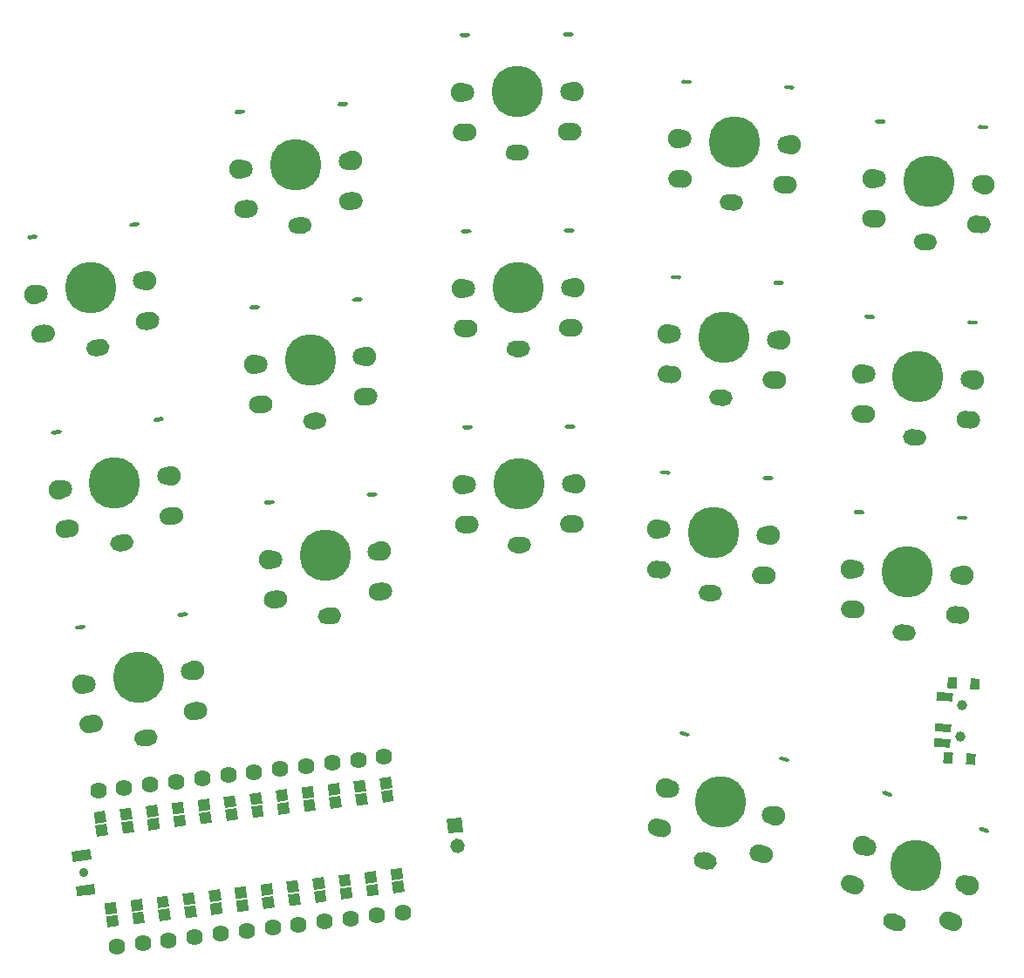
<source format=gbs>
G04 #@! TF.GenerationSoftware,KiCad,Pcbnew,5.1.10*
G04 #@! TF.CreationDate,2021-11-19T21:52:55-06:00*
G04 #@! TF.ProjectId,a_quax_quax,615f7175-6178-45f7-9175-61782e6b6963,VERSION_HERE*
G04 #@! TF.SameCoordinates,Original*
G04 #@! TF.FileFunction,Soldermask,Bot*
G04 #@! TF.FilePolarity,Negative*
%FSLAX46Y46*%
G04 Gerber Fmt 4.6, Leading zero omitted, Abs format (unit mm)*
G04 Created by KiCad (PCBNEW 5.1.10) date 2021-11-19 21:52:55*
%MOMM*%
%LPD*%
G01*
G04 APERTURE LIST*
%ADD10C,1.624000*%
%ADD11C,0.100000*%
%ADD12C,5.000000*%
%ADD13C,1.900000*%
%ADD14C,1.800000*%
%ADD15C,0.900000*%
%ADD16C,1.000000*%
G04 APERTURE END LIST*
D10*
G04 #@! TO.C,C1*
X190182949Y-149662646D03*
X192705081Y-149361899D03*
X195227213Y-149061153D03*
X197749346Y-148760407D03*
X200271478Y-148459661D03*
X202793611Y-148158915D03*
X205315743Y-147858169D03*
X207837875Y-147557423D03*
X210360008Y-147256677D03*
X212882140Y-146955931D03*
X215404273Y-146655185D03*
X217926405Y-146354439D03*
X216124297Y-131241504D03*
X213602164Y-131542250D03*
X211080032Y-131842996D03*
X208557899Y-132143742D03*
X206035767Y-132444488D03*
X203513635Y-132745234D03*
X200991502Y-133045980D03*
X198469370Y-133346726D03*
X195947237Y-133647472D03*
X193425105Y-133948218D03*
X190902973Y-134248964D03*
X188380840Y-134549711D03*
D11*
G36*
X190374027Y-147692563D02*
G01*
X189281765Y-147822807D01*
X189151521Y-146730545D01*
X190243783Y-146600301D01*
X190374027Y-147692563D01*
G37*
G36*
X190223654Y-146431497D02*
G01*
X189131392Y-146561741D01*
X189001148Y-145469479D01*
X190093410Y-145339235D01*
X190223654Y-146431497D01*
G37*
G36*
X189171043Y-137604033D02*
G01*
X188078781Y-137734277D01*
X187948537Y-136642015D01*
X189040799Y-136511771D01*
X189171043Y-137604033D01*
G37*
G36*
X189321416Y-138865099D02*
G01*
X188229154Y-138995343D01*
X188098910Y-137903081D01*
X189191172Y-137772837D01*
X189321416Y-138865099D01*
G37*
G36*
X192745786Y-146130750D02*
G01*
X191653524Y-146260994D01*
X191523280Y-145168732D01*
X192615542Y-145038488D01*
X192745786Y-146130750D01*
G37*
G36*
X191843548Y-138564353D02*
G01*
X190751286Y-138694597D01*
X190621042Y-137602335D01*
X191713304Y-137472091D01*
X191843548Y-138564353D01*
G37*
G36*
X192896159Y-147391817D02*
G01*
X191803897Y-147522061D01*
X191673653Y-146429799D01*
X192765915Y-146299555D01*
X192896159Y-147391817D01*
G37*
G36*
X191693175Y-137303287D02*
G01*
X190600913Y-137433531D01*
X190470669Y-136341269D01*
X191562931Y-136211025D01*
X191693175Y-137303287D01*
G37*
G36*
X195267919Y-145830004D02*
G01*
X194175657Y-145960248D01*
X194045413Y-144867986D01*
X195137675Y-144737742D01*
X195267919Y-145830004D01*
G37*
G36*
X194365680Y-138263607D02*
G01*
X193273418Y-138393851D01*
X193143174Y-137301589D01*
X194235436Y-137171345D01*
X194365680Y-138263607D01*
G37*
G36*
X195418292Y-147091071D02*
G01*
X194326030Y-147221315D01*
X194195786Y-146129053D01*
X195288048Y-145998809D01*
X195418292Y-147091071D01*
G37*
G36*
X194215307Y-137002541D02*
G01*
X193123045Y-137132785D01*
X192992801Y-136040523D01*
X194085063Y-135910279D01*
X194215307Y-137002541D01*
G37*
G36*
X197790051Y-145529258D02*
G01*
X196697789Y-145659502D01*
X196567545Y-144567240D01*
X197659807Y-144436996D01*
X197790051Y-145529258D01*
G37*
G36*
X196887813Y-137962861D02*
G01*
X195795551Y-138093105D01*
X195665307Y-137000843D01*
X196757569Y-136870599D01*
X196887813Y-137962861D01*
G37*
G36*
X197940424Y-146790324D02*
G01*
X196848162Y-146920568D01*
X196717918Y-145828306D01*
X197810180Y-145698062D01*
X197940424Y-146790324D01*
G37*
G36*
X196737440Y-136701795D02*
G01*
X195645178Y-136832039D01*
X195514934Y-135739777D01*
X196607196Y-135609533D01*
X196737440Y-136701795D01*
G37*
G36*
X200312183Y-145228512D02*
G01*
X199219921Y-145358756D01*
X199089677Y-144266494D01*
X200181939Y-144136250D01*
X200312183Y-145228512D01*
G37*
G36*
X199409945Y-137662115D02*
G01*
X198317683Y-137792359D01*
X198187439Y-136700097D01*
X199279701Y-136569853D01*
X199409945Y-137662115D01*
G37*
G36*
X200462556Y-146489578D02*
G01*
X199370294Y-146619822D01*
X199240050Y-145527560D01*
X200332312Y-145397316D01*
X200462556Y-146489578D01*
G37*
G36*
X199259572Y-136401049D02*
G01*
X198167310Y-136531293D01*
X198037066Y-135439031D01*
X199129328Y-135308787D01*
X199259572Y-136401049D01*
G37*
G36*
X202834316Y-144927766D02*
G01*
X201742054Y-145058010D01*
X201611810Y-143965748D01*
X202704072Y-143835504D01*
X202834316Y-144927766D01*
G37*
G36*
X201932078Y-137361369D02*
G01*
X200839816Y-137491613D01*
X200709572Y-136399351D01*
X201801834Y-136269107D01*
X201932078Y-137361369D01*
G37*
G36*
X202984689Y-146188832D02*
G01*
X201892427Y-146319076D01*
X201762183Y-145226814D01*
X202854445Y-145096570D01*
X202984689Y-146188832D01*
G37*
G36*
X201781705Y-136100303D02*
G01*
X200689443Y-136230547D01*
X200559199Y-135138285D01*
X201651461Y-135008041D01*
X201781705Y-136100303D01*
G37*
G36*
X217967110Y-143123290D02*
G01*
X216874848Y-143253534D01*
X216744604Y-142161272D01*
X217836866Y-142031028D01*
X217967110Y-143123290D01*
G37*
G36*
X217064872Y-135556892D02*
G01*
X215972610Y-135687136D01*
X215842366Y-134594874D01*
X216934628Y-134464630D01*
X217064872Y-135556892D01*
G37*
G36*
X218117483Y-144384356D02*
G01*
X217025221Y-144514600D01*
X216894977Y-143422338D01*
X217987239Y-143292094D01*
X218117483Y-144384356D01*
G37*
G36*
X216914499Y-134295826D02*
G01*
X215822237Y-134426070D01*
X215691993Y-133333808D01*
X216784255Y-133203564D01*
X216914499Y-134295826D01*
G37*
G36*
X215444978Y-143424036D02*
G01*
X214352716Y-143554280D01*
X214222472Y-142462018D01*
X215314734Y-142331774D01*
X215444978Y-143424036D01*
G37*
G36*
X214542740Y-135857639D02*
G01*
X213450478Y-135987883D01*
X213320234Y-134895621D01*
X214412496Y-134765377D01*
X214542740Y-135857639D01*
G37*
G36*
X215595351Y-144685102D02*
G01*
X214503089Y-144815346D01*
X214372845Y-143723084D01*
X215465107Y-143592840D01*
X215595351Y-144685102D01*
G37*
G36*
X214392367Y-134596572D02*
G01*
X213300105Y-134726816D01*
X213169861Y-133634554D01*
X214262123Y-133504310D01*
X214392367Y-134596572D01*
G37*
G36*
X212922845Y-143724782D02*
G01*
X211830583Y-143855026D01*
X211700339Y-142762764D01*
X212792601Y-142632520D01*
X212922845Y-143724782D01*
G37*
G36*
X212020607Y-136158385D02*
G01*
X210928345Y-136288629D01*
X210798101Y-135196367D01*
X211890363Y-135066123D01*
X212020607Y-136158385D01*
G37*
G36*
X213073218Y-144985848D02*
G01*
X211980956Y-145116092D01*
X211850712Y-144023830D01*
X212942974Y-143893586D01*
X213073218Y-144985848D01*
G37*
G36*
X211870234Y-134897318D02*
G01*
X210777972Y-135027562D01*
X210647728Y-133935300D01*
X211739990Y-133805056D01*
X211870234Y-134897318D01*
G37*
G36*
X210400713Y-144025528D02*
G01*
X209308451Y-144155772D01*
X209178207Y-143063510D01*
X210270469Y-142933266D01*
X210400713Y-144025528D01*
G37*
G36*
X209498475Y-136459131D02*
G01*
X208406213Y-136589375D01*
X208275969Y-135497113D01*
X209368231Y-135366869D01*
X209498475Y-136459131D01*
G37*
G36*
X210551086Y-145286594D02*
G01*
X209458824Y-145416838D01*
X209328580Y-144324576D01*
X210420842Y-144194332D01*
X210551086Y-145286594D01*
G37*
G36*
X209348102Y-135198065D02*
G01*
X208255840Y-135328309D01*
X208125596Y-134236047D01*
X209217858Y-134105803D01*
X209348102Y-135198065D01*
G37*
G36*
X207878581Y-144326274D02*
G01*
X206786319Y-144456518D01*
X206656075Y-143364256D01*
X207748337Y-143234012D01*
X207878581Y-144326274D01*
G37*
G36*
X206976342Y-136759877D02*
G01*
X205884080Y-136890121D01*
X205753836Y-135797859D01*
X206846098Y-135667615D01*
X206976342Y-136759877D01*
G37*
G36*
X208028954Y-145587340D02*
G01*
X206936692Y-145717584D01*
X206806448Y-144625322D01*
X207898710Y-144495078D01*
X208028954Y-145587340D01*
G37*
G36*
X206825969Y-135498811D02*
G01*
X205733707Y-135629055D01*
X205603463Y-134536793D01*
X206695725Y-134406549D01*
X206825969Y-135498811D01*
G37*
G36*
X205356448Y-144627020D02*
G01*
X204264186Y-144757264D01*
X204133942Y-143665002D01*
X205226204Y-143534758D01*
X205356448Y-144627020D01*
G37*
G36*
X204454210Y-137060623D02*
G01*
X203361948Y-137190867D01*
X203231704Y-136098605D01*
X204323966Y-135968361D01*
X204454210Y-137060623D01*
G37*
G36*
X205506821Y-145888086D02*
G01*
X204414559Y-146018330D01*
X204284315Y-144926068D01*
X205376577Y-144795824D01*
X205506821Y-145888086D01*
G37*
G36*
X204303837Y-135799557D02*
G01*
X203211575Y-135929801D01*
X203081331Y-134837539D01*
X204173593Y-134707295D01*
X204303837Y-135799557D01*
G37*
G36*
X214392367Y-134596572D02*
G01*
X213300105Y-134726816D01*
X213169861Y-133634554D01*
X214262123Y-133504310D01*
X214392367Y-134596572D01*
G37*
G36*
X200312183Y-145228512D02*
G01*
X199219921Y-145358756D01*
X199089677Y-144266494D01*
X200181939Y-144136250D01*
X200312183Y-145228512D01*
G37*
G36*
X195267919Y-145830004D02*
G01*
X194175657Y-145960248D01*
X194045413Y-144867986D01*
X195137675Y-144737742D01*
X195267919Y-145830004D01*
G37*
G36*
X208028954Y-145587340D02*
G01*
X206936692Y-145717584D01*
X206806448Y-144625322D01*
X207898710Y-144495078D01*
X208028954Y-145587340D01*
G37*
G36*
X210551086Y-145286594D02*
G01*
X209458824Y-145416838D01*
X209328580Y-144324576D01*
X210420842Y-144194332D01*
X210551086Y-145286594D01*
G37*
G36*
X207878581Y-144326274D02*
G01*
X206786319Y-144456518D01*
X206656075Y-143364256D01*
X207748337Y-143234012D01*
X207878581Y-144326274D01*
G37*
G36*
X215595351Y-144685102D02*
G01*
X214503089Y-144815346D01*
X214372845Y-143723084D01*
X215465107Y-143592840D01*
X215595351Y-144685102D01*
G37*
G36*
X191843548Y-138564353D02*
G01*
X190751286Y-138694597D01*
X190621042Y-137602335D01*
X191713304Y-137472091D01*
X191843548Y-138564353D01*
G37*
G36*
X202834316Y-144927766D02*
G01*
X201742054Y-145058010D01*
X201611810Y-143965748D01*
X202704072Y-143835504D01*
X202834316Y-144927766D01*
G37*
G36*
X190374027Y-147692563D02*
G01*
X189281765Y-147822807D01*
X189151521Y-146730545D01*
X190243783Y-146600301D01*
X190374027Y-147692563D01*
G37*
G36*
X192896159Y-147391817D02*
G01*
X191803897Y-147522061D01*
X191673653Y-146429799D01*
X192765915Y-146299555D01*
X192896159Y-147391817D01*
G37*
G36*
X210400713Y-144025528D02*
G01*
X209308451Y-144155772D01*
X209178207Y-143063510D01*
X210270469Y-142933266D01*
X210400713Y-144025528D01*
G37*
G36*
X212020607Y-136158385D02*
G01*
X210928345Y-136288629D01*
X210798101Y-135196367D01*
X211890363Y-135066123D01*
X212020607Y-136158385D01*
G37*
G36*
X194365680Y-138263607D02*
G01*
X193273418Y-138393851D01*
X193143174Y-137301589D01*
X194235436Y-137171345D01*
X194365680Y-138263607D01*
G37*
G36*
X200462556Y-146489578D02*
G01*
X199370294Y-146619822D01*
X199240050Y-145527560D01*
X200332312Y-145397316D01*
X200462556Y-146489578D01*
G37*
G36*
X217967110Y-143123290D02*
G01*
X216874848Y-143253534D01*
X216744604Y-142161272D01*
X217836866Y-142031028D01*
X217967110Y-143123290D01*
G37*
G36*
X189321416Y-138865099D02*
G01*
X188229154Y-138995343D01*
X188098910Y-137903081D01*
X189191172Y-137772837D01*
X189321416Y-138865099D01*
G37*
G36*
X204454210Y-137060623D02*
G01*
X203361948Y-137190867D01*
X203231704Y-136098605D01*
X204323966Y-135968361D01*
X204454210Y-137060623D01*
G37*
G36*
X209498475Y-136459131D02*
G01*
X208406213Y-136589375D01*
X208275969Y-135497113D01*
X209368231Y-135366869D01*
X209498475Y-136459131D01*
G37*
G36*
X189171043Y-137604033D02*
G01*
X188078781Y-137734277D01*
X187948537Y-136642015D01*
X189040799Y-136511771D01*
X189171043Y-137604033D01*
G37*
G36*
X212922845Y-143724782D02*
G01*
X211830583Y-143855026D01*
X211700339Y-142762764D01*
X212792601Y-142632520D01*
X212922845Y-143724782D01*
G37*
G36*
X206825969Y-135498811D02*
G01*
X205733707Y-135629055D01*
X205603463Y-134536793D01*
X206695725Y-134406549D01*
X206825969Y-135498811D01*
G37*
G36*
X206976342Y-136759877D02*
G01*
X205884080Y-136890121D01*
X205753836Y-135797859D01*
X206846098Y-135667615D01*
X206976342Y-136759877D01*
G37*
G36*
X201932078Y-137361369D02*
G01*
X200839816Y-137491613D01*
X200709572Y-136399351D01*
X201801834Y-136269107D01*
X201932078Y-137361369D01*
G37*
G36*
X217064872Y-135556892D02*
G01*
X215972610Y-135687136D01*
X215842366Y-134594874D01*
X216934628Y-134464630D01*
X217064872Y-135556892D01*
G37*
G36*
X213073218Y-144985848D02*
G01*
X211980956Y-145116092D01*
X211850712Y-144023830D01*
X212942974Y-143893586D01*
X213073218Y-144985848D01*
G37*
G36*
X196887813Y-137962861D02*
G01*
X195795551Y-138093105D01*
X195665307Y-137000843D01*
X196757569Y-136870599D01*
X196887813Y-137962861D01*
G37*
G36*
X205356448Y-144627020D02*
G01*
X204264186Y-144757264D01*
X204133942Y-143665002D01*
X205226204Y-143534758D01*
X205356448Y-144627020D01*
G37*
G36*
X211870234Y-134897318D02*
G01*
X210777972Y-135027562D01*
X210647728Y-133935300D01*
X211739990Y-133805056D01*
X211870234Y-134897318D01*
G37*
G36*
X204303837Y-135799557D02*
G01*
X203211575Y-135929801D01*
X203081331Y-134837539D01*
X204173593Y-134707295D01*
X204303837Y-135799557D01*
G37*
G36*
X194215307Y-137002541D02*
G01*
X193123045Y-137132785D01*
X192992801Y-136040523D01*
X194085063Y-135910279D01*
X194215307Y-137002541D01*
G37*
G36*
X192745786Y-146130750D02*
G01*
X191653524Y-146260994D01*
X191523280Y-145168732D01*
X192615542Y-145038488D01*
X192745786Y-146130750D01*
G37*
G36*
X191693175Y-137303287D02*
G01*
X190600913Y-137433531D01*
X190470669Y-136341269D01*
X191562931Y-136211025D01*
X191693175Y-137303287D01*
G37*
G36*
X195418292Y-147091071D02*
G01*
X194326030Y-147221315D01*
X194195786Y-146129053D01*
X195288048Y-145998809D01*
X195418292Y-147091071D01*
G37*
G36*
X197940424Y-146790324D02*
G01*
X196848162Y-146920568D01*
X196717918Y-145828306D01*
X197810180Y-145698062D01*
X197940424Y-146790324D01*
G37*
G36*
X199259572Y-136401049D02*
G01*
X198167310Y-136531293D01*
X198037066Y-135439031D01*
X199129328Y-135308787D01*
X199259572Y-136401049D01*
G37*
G36*
X215444978Y-143424036D02*
G01*
X214352716Y-143554280D01*
X214222472Y-142462018D01*
X215314734Y-142331774D01*
X215444978Y-143424036D01*
G37*
G36*
X199409945Y-137662115D02*
G01*
X198317683Y-137792359D01*
X198187439Y-136700097D01*
X199279701Y-136569853D01*
X199409945Y-137662115D01*
G37*
G36*
X216914499Y-134295826D02*
G01*
X215822237Y-134426070D01*
X215691993Y-133333808D01*
X216784255Y-133203564D01*
X216914499Y-134295826D01*
G37*
G36*
X209348102Y-135198065D02*
G01*
X208255840Y-135328309D01*
X208125596Y-134236047D01*
X209217858Y-134105803D01*
X209348102Y-135198065D01*
G37*
G36*
X196737440Y-136701795D02*
G01*
X195645178Y-136832039D01*
X195514934Y-135739777D01*
X196607196Y-135609533D01*
X196737440Y-136701795D01*
G37*
G36*
X197790051Y-145529258D02*
G01*
X196697789Y-145659502D01*
X196567545Y-144567240D01*
X197659807Y-144436996D01*
X197790051Y-145529258D01*
G37*
G36*
X205506821Y-145888086D02*
G01*
X204414559Y-146018330D01*
X204284315Y-144926068D01*
X205376577Y-144795824D01*
X205506821Y-145888086D01*
G37*
G36*
X218117483Y-144384356D02*
G01*
X217025221Y-144514600D01*
X216894977Y-143422338D01*
X217987239Y-143292094D01*
X218117483Y-144384356D01*
G37*
G36*
X214542740Y-135857639D02*
G01*
X213450478Y-135987883D01*
X213320234Y-134895621D01*
X214412496Y-134765377D01*
X214542740Y-135857639D01*
G37*
G36*
X190223654Y-146431497D02*
G01*
X189131392Y-146561741D01*
X189001148Y-145469479D01*
X190093410Y-145339235D01*
X190223654Y-146431497D01*
G37*
G36*
X201781705Y-136100303D02*
G01*
X200689443Y-136230547D01*
X200559199Y-135138285D01*
X201651461Y-135008041D01*
X201781705Y-136100303D01*
G37*
G36*
X202984689Y-146188832D02*
G01*
X201892427Y-146319076D01*
X201762183Y-145226814D01*
X202854445Y-145096570D01*
X202984689Y-146188832D01*
G37*
G04 #@! TD*
G04 #@! TO.C,S6*
G36*
G01*
X181438953Y-80835916D02*
X181438953Y-80835916D01*
G75*
G02*
X181611137Y-80611522I198289J26105D01*
G01*
X182305149Y-80520154D01*
G75*
G02*
X182529543Y-80692338I26105J-198289D01*
G01*
X182529543Y-80692338D01*
G75*
G02*
X182357359Y-80916732I-198289J-26105D01*
G01*
X181663347Y-81008100D01*
G75*
G02*
X181438953Y-80835916I-26105J198289D01*
G01*
G37*
G36*
G01*
X192019202Y-89052957D02*
X192019202Y-89052957D01*
G75*
G02*
X192759277Y-88105704I843664J103589D01*
G01*
X193354805Y-88032582D01*
G75*
G02*
X194302058Y-88772657I103589J-843664D01*
G01*
X194302058Y-88772657D01*
G75*
G02*
X193561983Y-89719910I-843664J-103589D01*
G01*
X192966455Y-89793032D01*
G75*
G02*
X192019202Y-89052957I-103589J843664D01*
G01*
G37*
G36*
G01*
X191364415Y-79617222D02*
X191364415Y-79617222D01*
G75*
G02*
X191536599Y-79392828I198289J26105D01*
G01*
X192230611Y-79301460D01*
G75*
G02*
X192455005Y-79473644I26105J-198289D01*
G01*
X192455005Y-79473644D01*
G75*
G02*
X192282821Y-79698038I-198289J-26105D01*
G01*
X191588809Y-79789406D01*
G75*
G02*
X191364415Y-79617222I-26105J198289D01*
G01*
G37*
G36*
G01*
X181895231Y-90296025D02*
X181895231Y-90296025D01*
G75*
G02*
X182635306Y-89348772I843664J103589D01*
G01*
X183230834Y-89275650D01*
G75*
G02*
X184178087Y-90015725I103589J-843664D01*
G01*
X184178087Y-90015725D01*
G75*
G02*
X183438012Y-90962978I-843664J-103589D01*
G01*
X182842484Y-91036100D01*
G75*
G02*
X181895231Y-90296025I-103589J843664D01*
G01*
G37*
D12*
X187623354Y-85663411D03*
D13*
X182164350Y-86333692D03*
X193082358Y-84993130D03*
G36*
G01*
X187200955Y-91659582D02*
X187200955Y-91659582D01*
G75*
G02*
X187897497Y-90768050I794037J97495D01*
G01*
X188592279Y-90682742D01*
G75*
G02*
X189483811Y-91379284I97495J-794037D01*
G01*
X189483811Y-91379284D01*
G75*
G02*
X188787269Y-92270816I-794037J-97495D01*
G01*
X188092487Y-92356124D01*
G75*
G02*
X187200955Y-91659582I-97495J794037D01*
G01*
G37*
D14*
X192665488Y-85044315D03*
X182581220Y-86282507D03*
G04 #@! TD*
G04 #@! TO.C,S4*
G36*
G01*
X183769583Y-99785686D02*
X183769583Y-99785686D01*
G75*
G02*
X183941767Y-99561292I198289J26105D01*
G01*
X184635779Y-99469924D01*
G75*
G02*
X184860173Y-99642108I26105J-198289D01*
G01*
X184860173Y-99642108D01*
G75*
G02*
X184687989Y-99866502I-198289J-26105D01*
G01*
X183993977Y-99957870D01*
G75*
G02*
X183769583Y-99785686I-26105J198289D01*
G01*
G37*
G36*
G01*
X194349832Y-108002727D02*
X194349832Y-108002727D01*
G75*
G02*
X195089907Y-107055474I843664J103589D01*
G01*
X195685435Y-106982352D01*
G75*
G02*
X196632688Y-107722427I103589J-843664D01*
G01*
X196632688Y-107722427D01*
G75*
G02*
X195892613Y-108669680I-843664J-103589D01*
G01*
X195297085Y-108742802D01*
G75*
G02*
X194349832Y-108002727I-103589J843664D01*
G01*
G37*
G36*
G01*
X193695045Y-98566992D02*
X193695045Y-98566992D01*
G75*
G02*
X193867229Y-98342598I198289J26105D01*
G01*
X194561241Y-98251230D01*
G75*
G02*
X194785635Y-98423414I26105J-198289D01*
G01*
X194785635Y-98423414D01*
G75*
G02*
X194613451Y-98647808I-198289J-26105D01*
G01*
X193919439Y-98739176D01*
G75*
G02*
X193695045Y-98566992I-26105J198289D01*
G01*
G37*
G36*
G01*
X184225861Y-109245795D02*
X184225861Y-109245795D01*
G75*
G02*
X184965936Y-108298542I843664J103589D01*
G01*
X185561464Y-108225420D01*
G75*
G02*
X186508717Y-108965495I103589J-843664D01*
G01*
X186508717Y-108965495D01*
G75*
G02*
X185768642Y-109912748I-843664J-103589D01*
G01*
X185173114Y-109985870D01*
G75*
G02*
X184225861Y-109245795I-103589J843664D01*
G01*
G37*
D12*
X189953984Y-104613181D03*
D13*
X184494980Y-105283462D03*
X195412988Y-103942900D03*
G36*
G01*
X189531585Y-110609352D02*
X189531585Y-110609352D01*
G75*
G02*
X190228127Y-109717820I794037J97495D01*
G01*
X190922909Y-109632512D01*
G75*
G02*
X191814441Y-110329054I97495J-794037D01*
G01*
X191814441Y-110329054D01*
G75*
G02*
X191117899Y-111220586I-794037J-97495D01*
G01*
X190423117Y-111305894D01*
G75*
G02*
X189531585Y-110609352I-97495J794037D01*
G01*
G37*
D14*
X194996118Y-103994085D03*
X184911850Y-105232277D03*
G04 #@! TD*
G04 #@! TO.C,S16*
G36*
G01*
X223551813Y-80195211D02*
X223551813Y-80195211D01*
G75*
G02*
X223749002Y-79992438I199981J2792D01*
G01*
X224448934Y-79982664D01*
G75*
G02*
X224651707Y-80179853I2792J-199981D01*
G01*
X224651707Y-80179853D01*
G75*
G02*
X224454518Y-80382626I-199981J-2792D01*
G01*
X223754586Y-80392400D01*
G75*
G02*
X223551813Y-80195211I-2792J199981D01*
G01*
G37*
G36*
G01*
X233101117Y-89590541D02*
X233101117Y-89590541D01*
G75*
G02*
X233946654Y-88736102I849988J4451D01*
G01*
X234546646Y-88732960D01*
G75*
G02*
X235401085Y-89578497I4451J-849988D01*
G01*
X235401085Y-89578497D01*
G75*
G02*
X234555548Y-90432936I-849988J-4451D01*
G01*
X233955556Y-90436078D01*
G75*
G02*
X233101117Y-89590541I-4451J849988D01*
G01*
G37*
G36*
G01*
X233551676Y-80142851D02*
X233551676Y-80142851D01*
G75*
G02*
X233748865Y-79940078I199981J2792D01*
G01*
X234448797Y-79930304D01*
G75*
G02*
X234651570Y-80127493I2792J-199981D01*
G01*
X234651570Y-80127493D01*
G75*
G02*
X234454381Y-80330266I-199981J-2792D01*
G01*
X233754449Y-80340040D01*
G75*
G02*
X233551676Y-80142851I-2792J199981D01*
G01*
G37*
G36*
G01*
X222901257Y-89643948D02*
X222901257Y-89643948D01*
G75*
G02*
X223746794Y-88789509I849988J4451D01*
G01*
X224346786Y-88786367D01*
G75*
G02*
X225201225Y-89631904I4451J-849988D01*
G01*
X225201225Y-89631904D01*
G75*
G02*
X224355688Y-90486343I-849988J-4451D01*
G01*
X223755696Y-90489485D01*
G75*
G02*
X222901257Y-89643948I-4451J849988D01*
G01*
G37*
D12*
X229130751Y-85711276D03*
D13*
X223630826Y-85740074D03*
X234630676Y-85682478D03*
G36*
G01*
X228011659Y-91617217D02*
X228011659Y-91617217D01*
G75*
G02*
X228807459Y-90813039I799989J4189D01*
G01*
X229507449Y-90809373D01*
G75*
G02*
X230311627Y-91605173I4189J-799989D01*
G01*
X230311627Y-91605173D01*
G75*
G02*
X229515827Y-92409351I-799989J-4189D01*
G01*
X228815837Y-92413017D01*
G75*
G02*
X228011659Y-91617217I-4189J799989D01*
G01*
G37*
D14*
X234210681Y-85684677D03*
X224050821Y-85737875D03*
G04 #@! TD*
G04 #@! TO.C,S34*
G36*
G01*
X264479302Y-134659996D02*
X264479302Y-134659996D01*
G75*
G02*
X264735645Y-134540461I187939J-68404D01*
G01*
X265393429Y-134779875D01*
G75*
G02*
X265512964Y-135036218I-68404J-187939D01*
G01*
X265512964Y-135036218D01*
G75*
G02*
X265256621Y-135155753I-187939J68404D01*
G01*
X264598837Y-134916339D01*
G75*
G02*
X264479302Y-134659996I68404J187939D01*
G01*
G37*
G36*
G01*
X270069889Y-146834016D02*
X270069889Y-146834016D01*
G75*
G02*
X271163736Y-146335521I796171J-297676D01*
G01*
X271725740Y-146545645D01*
G75*
G02*
X272224235Y-147639492I-297676J-796171D01*
G01*
X272224235Y-147639492D01*
G75*
G02*
X271130388Y-148137987I-796171J297676D01*
G01*
X270568384Y-147927863D01*
G75*
G02*
X270069889Y-146834016I297676J796171D01*
G01*
G37*
G36*
G01*
X273846024Y-138162070D02*
X273846024Y-138162070D01*
G75*
G02*
X274102367Y-138042535I187939J-68404D01*
G01*
X274760151Y-138281949D01*
G75*
G02*
X274879686Y-138538292I-68404J-187939D01*
G01*
X274879686Y-138538292D01*
G75*
G02*
X274623343Y-138657827I-187939J68404D01*
G01*
X273965559Y-138418413D01*
G75*
G02*
X273846024Y-138162070I68404J187939D01*
G01*
G37*
G36*
G01*
X260515833Y-143261901D02*
X260515833Y-143261901D01*
G75*
G02*
X261609680Y-142763406I796171J-297676D01*
G01*
X262171684Y-142973530D01*
G75*
G02*
X262670179Y-144067377I-297676J-796171D01*
G01*
X262670179Y-144067377D01*
G75*
G02*
X261576332Y-144565872I-796171J297676D01*
G01*
X261014328Y-144355748D01*
G75*
G02*
X260515833Y-143261901I297676J796171D01*
G01*
G37*
D12*
X267735843Y-141797675D03*
D13*
X262584146Y-139871534D03*
X272887540Y-143723816D03*
G36*
G01*
X264592446Y-146921302D02*
X264592446Y-146921302D01*
G75*
G02*
X265621950Y-146452130I749338J-280166D01*
G01*
X266277620Y-146697276D01*
G75*
G02*
X266746792Y-147726780I-280166J-749338D01*
G01*
X266746792Y-147726780D01*
G75*
G02*
X265717288Y-148195952I-749338J280166D01*
G01*
X265061618Y-147950806D01*
G75*
G02*
X264592446Y-146921302I280166J749338D01*
G01*
G37*
D14*
X272494138Y-143576728D03*
X262977548Y-140018622D03*
G04 #@! TD*
G04 #@! TO.C,S28*
G36*
G01*
X262713506Y-88498158D02*
X262713506Y-88498158D01*
G75*
G02*
X262922373Y-88307437I199794J-9073D01*
G01*
X263621653Y-88339191D01*
G75*
G02*
X263812374Y-88548058I-9073J-199794D01*
G01*
X263812374Y-88548058D01*
G75*
G02*
X263603507Y-88738779I-199794J9073D01*
G01*
X262904227Y-88707025D01*
G75*
G02*
X262713506Y-88498158I9073J199794D01*
G01*
G37*
G36*
G01*
X271688799Y-98443285D02*
X271688799Y-98443285D01*
G75*
G02*
X272583522Y-97640496I848756J-45967D01*
G01*
X273182644Y-97672944D01*
G75*
G02*
X273985433Y-98567667I-45967J-848756D01*
G01*
X273985433Y-98567667D01*
G75*
G02*
X273090710Y-99370456I-848756J45967D01*
G01*
X272491588Y-99338008D01*
G75*
G02*
X271688799Y-98443285I45967J848756D01*
G01*
G37*
G36*
G01*
X272698873Y-89038947D02*
X272698873Y-89038947D01*
G75*
G02*
X272907740Y-88848226I199794J-9073D01*
G01*
X273607020Y-88879980D01*
G75*
G02*
X273797741Y-89088847I-9073J-199794D01*
G01*
X273797741Y-89088847D01*
G75*
G02*
X273588874Y-89279568I-199794J9073D01*
G01*
X272889594Y-89247814D01*
G75*
G02*
X272698873Y-89038947I9073J199794D01*
G01*
G37*
G36*
G01*
X261503725Y-97891681D02*
X261503725Y-97891681D01*
G75*
G02*
X262398448Y-97088892I848756J-45967D01*
G01*
X262997570Y-97121340D01*
G75*
G02*
X263800359Y-98016063I-45967J-848756D01*
G01*
X263800359Y-98016063D01*
G75*
G02*
X262905636Y-98818852I-848756J45967D01*
G01*
X262306514Y-98786404D01*
G75*
G02*
X261503725Y-97891681I45967J848756D01*
G01*
G37*
D12*
X267955486Y-94335381D03*
D13*
X262463534Y-94037948D03*
X273447438Y-94632814D03*
G36*
G01*
X266488104Y-100164556D02*
X266488104Y-100164556D01*
G75*
G02*
X267330196Y-99408990I798829J-43263D01*
G01*
X268029172Y-99446846D01*
G75*
G02*
X268784738Y-100288938I-43263J-798829D01*
G01*
X268784738Y-100288938D01*
G75*
G02*
X267942646Y-101044504I-798829J43263D01*
G01*
X267243670Y-101006648D01*
G75*
G02*
X266488104Y-100164556I43263J798829D01*
G01*
G37*
D14*
X273028052Y-94610101D03*
X262882920Y-94060661D03*
G04 #@! TD*
G04 #@! TO.C,S32*
G36*
G01*
X244753631Y-128889659D02*
X244753631Y-128889659D01*
G75*
G02*
X244995565Y-128743139I194227J-47707D01*
G01*
X245675359Y-128910113D01*
G75*
G02*
X245821879Y-129152047I-47707J-194227D01*
G01*
X245821879Y-129152047D01*
G75*
G02*
X245579945Y-129298567I-194227J47707D01*
G01*
X244900151Y-129131593D01*
G75*
G02*
X244753631Y-128889659I47707J194227D01*
G01*
G37*
G36*
G01*
X251626305Y-140388692D02*
X251626305Y-140388692D01*
G75*
G02*
X252659917Y-139774978I823663J-209949D01*
G01*
X253241327Y-139923178D01*
G75*
G02*
X253855041Y-140956790I-209949J-823663D01*
G01*
X253855041Y-140956790D01*
G75*
G02*
X252821429Y-141570504I-823663J209949D01*
G01*
X252240019Y-141422304D01*
G75*
G02*
X251626305Y-140388692I209949J823663D01*
G01*
G37*
G36*
G01*
X254443788Y-131359649D02*
X254443788Y-131359649D01*
G75*
G02*
X254685722Y-131213129I194227J-47707D01*
G01*
X255365516Y-131380103D01*
G75*
G02*
X255512036Y-131622037I-47707J-194227D01*
G01*
X255512036Y-131622037D01*
G75*
G02*
X255270102Y-131768557I-194227J47707D01*
G01*
X254590308Y-131601583D01*
G75*
G02*
X254443788Y-131359649I47707J194227D01*
G01*
G37*
G36*
G01*
X241742345Y-137869302D02*
X241742345Y-137869302D01*
G75*
G02*
X242775957Y-137255588I823663J-209949D01*
G01*
X243357367Y-137403788D01*
G75*
G02*
X243971081Y-138437400I-209949J-823663D01*
G01*
X243971081Y-138437400D01*
G75*
G02*
X242937469Y-139051114I-823663J209949D01*
G01*
X242356059Y-138902914D01*
G75*
G02*
X241742345Y-137869302I209949J823663D01*
G01*
G37*
D12*
X248761989Y-135633885D03*
D13*
X243432402Y-134275390D03*
X254091576Y-136992380D03*
G36*
G01*
X246190326Y-141067029D02*
X246190326Y-141067029D01*
G75*
G02*
X247163138Y-140489415I775213J-197599D01*
G01*
X247841450Y-140662315D01*
G75*
G02*
X248419064Y-141635127I-197599J-775213D01*
G01*
X248419064Y-141635127D01*
G75*
G02*
X247446252Y-142212741I-775213J197599D01*
G01*
X246767940Y-142039841D01*
G75*
G02*
X246190326Y-141067029I197599J775213D01*
G01*
G37*
D14*
X253684589Y-136888640D03*
X243839389Y-134379130D03*
G04 #@! TD*
G04 #@! TO.C,S24*
G36*
G01*
X244922046Y-65669241D02*
X244922046Y-65669241D01*
G75*
G02*
X245130913Y-65478520I199794J-9073D01*
G01*
X245830193Y-65510274D01*
G75*
G02*
X246020914Y-65719141I-9073J-199794D01*
G01*
X246020914Y-65719141D01*
G75*
G02*
X245812047Y-65909862I-199794J9073D01*
G01*
X245112767Y-65878108D01*
G75*
G02*
X244922046Y-65669241I9073J199794D01*
G01*
G37*
G36*
G01*
X253897339Y-75614368D02*
X253897339Y-75614368D01*
G75*
G02*
X254792062Y-74811579I848756J-45967D01*
G01*
X255391184Y-74844027D01*
G75*
G02*
X256193973Y-75738750I-45967J-848756D01*
G01*
X256193973Y-75738750D01*
G75*
G02*
X255299250Y-76541539I-848756J45967D01*
G01*
X254700128Y-76509091D01*
G75*
G02*
X253897339Y-75614368I45967J848756D01*
G01*
G37*
G36*
G01*
X254907413Y-66210030D02*
X254907413Y-66210030D01*
G75*
G02*
X255116280Y-66019309I199794J-9073D01*
G01*
X255815560Y-66051063D01*
G75*
G02*
X256006281Y-66259930I-9073J-199794D01*
G01*
X256006281Y-66259930D01*
G75*
G02*
X255797414Y-66450651I-199794J9073D01*
G01*
X255098134Y-66418897D01*
G75*
G02*
X254907413Y-66210030I9073J199794D01*
G01*
G37*
G36*
G01*
X243712265Y-75062764D02*
X243712265Y-75062764D01*
G75*
G02*
X244606988Y-74259975I848756J-45967D01*
G01*
X245206110Y-74292423D01*
G75*
G02*
X246008899Y-75187146I-45967J-848756D01*
G01*
X246008899Y-75187146D01*
G75*
G02*
X245114176Y-75989935I-848756J45967D01*
G01*
X244515054Y-75957487D01*
G75*
G02*
X243712265Y-75062764I45967J848756D01*
G01*
G37*
D12*
X250164026Y-71506464D03*
D13*
X244672074Y-71209031D03*
X255655978Y-71803897D03*
G36*
G01*
X248696644Y-77335639D02*
X248696644Y-77335639D01*
G75*
G02*
X249538736Y-76580073I798829J-43263D01*
G01*
X250237712Y-76617929D01*
G75*
G02*
X250993278Y-77460021I-43263J-798829D01*
G01*
X250993278Y-77460021D01*
G75*
G02*
X250151186Y-78215587I-798829J43263D01*
G01*
X249452210Y-78177731D01*
G75*
G02*
X248696644Y-77335639I43263J798829D01*
G01*
G37*
D14*
X255236592Y-71781184D03*
X245091460Y-71231744D03*
G04 #@! TD*
G04 #@! TO.C,S18*
G36*
G01*
X223447984Y-61143525D02*
X223447984Y-61143525D01*
G75*
G02*
X223645173Y-60940752I199981J2792D01*
G01*
X224345105Y-60930978D01*
G75*
G02*
X224547878Y-61128167I2792J-199981D01*
G01*
X224547878Y-61128167D01*
G75*
G02*
X224350689Y-61330940I-199981J-2792D01*
G01*
X223650757Y-61340714D01*
G75*
G02*
X223447984Y-61143525I-2792J199981D01*
G01*
G37*
G36*
G01*
X232997288Y-70538855D02*
X232997288Y-70538855D01*
G75*
G02*
X233842825Y-69684416I849988J4451D01*
G01*
X234442817Y-69681274D01*
G75*
G02*
X235297256Y-70526811I4451J-849988D01*
G01*
X235297256Y-70526811D01*
G75*
G02*
X234451719Y-71381250I-849988J-4451D01*
G01*
X233851727Y-71384392D01*
G75*
G02*
X232997288Y-70538855I-4451J849988D01*
G01*
G37*
G36*
G01*
X233447847Y-61091165D02*
X233447847Y-61091165D01*
G75*
G02*
X233645036Y-60888392I199981J2792D01*
G01*
X234344968Y-60878618D01*
G75*
G02*
X234547741Y-61075807I2792J-199981D01*
G01*
X234547741Y-61075807D01*
G75*
G02*
X234350552Y-61278580I-199981J-2792D01*
G01*
X233650620Y-61288354D01*
G75*
G02*
X233447847Y-61091165I-2792J199981D01*
G01*
G37*
G36*
G01*
X222797428Y-70592262D02*
X222797428Y-70592262D01*
G75*
G02*
X223642965Y-69737823I849988J4451D01*
G01*
X224242957Y-69734681D01*
G75*
G02*
X225097396Y-70580218I4451J-849988D01*
G01*
X225097396Y-70580218D01*
G75*
G02*
X224251859Y-71434657I-849988J-4451D01*
G01*
X223651867Y-71437799D01*
G75*
G02*
X222797428Y-70592262I-4451J849988D01*
G01*
G37*
D12*
X229026922Y-66659590D03*
D13*
X223526997Y-66688388D03*
X234526847Y-66630792D03*
G36*
G01*
X227907830Y-72565531D02*
X227907830Y-72565531D01*
G75*
G02*
X228703630Y-71761353I799989J4189D01*
G01*
X229403620Y-71757687D01*
G75*
G02*
X230207798Y-72553487I4189J-799989D01*
G01*
X230207798Y-72553487D01*
G75*
G02*
X229411998Y-73357665I-799989J-4189D01*
G01*
X228712008Y-73361331D01*
G75*
G02*
X227907830Y-72565531I-4189J799989D01*
G01*
G37*
D14*
X234106852Y-66632991D03*
X223946992Y-66686189D03*
G04 #@! TD*
G04 #@! TO.C,S26*
G36*
G01*
X261686057Y-107470345D02*
X261686057Y-107470345D01*
G75*
G02*
X261894924Y-107279624I199794J-9073D01*
G01*
X262594204Y-107311378D01*
G75*
G02*
X262784925Y-107520245I-9073J-199794D01*
G01*
X262784925Y-107520245D01*
G75*
G02*
X262576058Y-107710966I-199794J9073D01*
G01*
X261876778Y-107679212D01*
G75*
G02*
X261686057Y-107470345I9073J199794D01*
G01*
G37*
G36*
G01*
X270661350Y-117415472D02*
X270661350Y-117415472D01*
G75*
G02*
X271556073Y-116612683I848756J-45967D01*
G01*
X272155195Y-116645131D01*
G75*
G02*
X272957984Y-117539854I-45967J-848756D01*
G01*
X272957984Y-117539854D01*
G75*
G02*
X272063261Y-118342643I-848756J45967D01*
G01*
X271464139Y-118310195D01*
G75*
G02*
X270661350Y-117415472I45967J848756D01*
G01*
G37*
G36*
G01*
X271671424Y-108011134D02*
X271671424Y-108011134D01*
G75*
G02*
X271880291Y-107820413I199794J-9073D01*
G01*
X272579571Y-107852167D01*
G75*
G02*
X272770292Y-108061034I-9073J-199794D01*
G01*
X272770292Y-108061034D01*
G75*
G02*
X272561425Y-108251755I-199794J9073D01*
G01*
X271862145Y-108220001D01*
G75*
G02*
X271671424Y-108011134I9073J199794D01*
G01*
G37*
G36*
G01*
X260476276Y-116863868D02*
X260476276Y-116863868D01*
G75*
G02*
X261370999Y-116061079I848756J-45967D01*
G01*
X261970121Y-116093527D01*
G75*
G02*
X262772910Y-116988250I-45967J-848756D01*
G01*
X262772910Y-116988250D01*
G75*
G02*
X261878187Y-117791039I-848756J45967D01*
G01*
X261279065Y-117758591D01*
G75*
G02*
X260476276Y-116863868I45967J848756D01*
G01*
G37*
D12*
X266928037Y-113307568D03*
D13*
X261436085Y-113010135D03*
X272419989Y-113605001D03*
G36*
G01*
X265460655Y-119136743D02*
X265460655Y-119136743D01*
G75*
G02*
X266302747Y-118381177I798829J-43263D01*
G01*
X267001723Y-118419033D01*
G75*
G02*
X267757289Y-119261125I-43263J-798829D01*
G01*
X267757289Y-119261125D01*
G75*
G02*
X266915197Y-120016691I-798829J43263D01*
G01*
X266216221Y-119978835D01*
G75*
G02*
X265460655Y-119136743I43263J798829D01*
G01*
G37*
D14*
X272000603Y-113582288D03*
X261855471Y-113032848D03*
G04 #@! TD*
G04 #@! TO.C,S20*
G36*
G01*
X242867048Y-103613715D02*
X242867048Y-103613715D01*
G75*
G02*
X243075915Y-103422994I199794J-9073D01*
G01*
X243775195Y-103454748D01*
G75*
G02*
X243965916Y-103663615I-9073J-199794D01*
G01*
X243965916Y-103663615D01*
G75*
G02*
X243757049Y-103854336I-199794J9073D01*
G01*
X243057769Y-103822582D01*
G75*
G02*
X242867048Y-103613715I9073J199794D01*
G01*
G37*
G36*
G01*
X251842341Y-113558842D02*
X251842341Y-113558842D01*
G75*
G02*
X252737064Y-112756053I848756J-45967D01*
G01*
X253336186Y-112788501D01*
G75*
G02*
X254138975Y-113683224I-45967J-848756D01*
G01*
X254138975Y-113683224D01*
G75*
G02*
X253244252Y-114486013I-848756J45967D01*
G01*
X252645130Y-114453565D01*
G75*
G02*
X251842341Y-113558842I45967J848756D01*
G01*
G37*
G36*
G01*
X252852415Y-104154504D02*
X252852415Y-104154504D01*
G75*
G02*
X253061282Y-103963783I199794J-9073D01*
G01*
X253760562Y-103995537D01*
G75*
G02*
X253951283Y-104204404I-9073J-199794D01*
G01*
X253951283Y-104204404D01*
G75*
G02*
X253742416Y-104395125I-199794J9073D01*
G01*
X253043136Y-104363371D01*
G75*
G02*
X252852415Y-104154504I9073J199794D01*
G01*
G37*
G36*
G01*
X241657267Y-113007238D02*
X241657267Y-113007238D01*
G75*
G02*
X242551990Y-112204449I848756J-45967D01*
G01*
X243151112Y-112236897D01*
G75*
G02*
X243953901Y-113131620I-45967J-848756D01*
G01*
X243953901Y-113131620D01*
G75*
G02*
X243059178Y-113934409I-848756J45967D01*
G01*
X242460056Y-113901961D01*
G75*
G02*
X241657267Y-113007238I45967J848756D01*
G01*
G37*
D12*
X248109028Y-109450938D03*
D13*
X242617076Y-109153505D03*
X253600980Y-109748371D03*
G36*
G01*
X246641646Y-115280113D02*
X246641646Y-115280113D01*
G75*
G02*
X247483738Y-114524547I798829J-43263D01*
G01*
X248182714Y-114562403D01*
G75*
G02*
X248938280Y-115404495I-43263J-798829D01*
G01*
X248938280Y-115404495D01*
G75*
G02*
X248096188Y-116160061I-798829J43263D01*
G01*
X247397212Y-116122205D01*
G75*
G02*
X246641646Y-115280113I43263J798829D01*
G01*
G37*
D14*
X253181594Y-109725658D03*
X243036462Y-109176218D03*
G04 #@! TD*
G04 #@! TO.C,S22*
G36*
G01*
X243894599Y-84641526D02*
X243894599Y-84641526D01*
G75*
G02*
X244103466Y-84450805I199794J-9073D01*
G01*
X244802746Y-84482559D01*
G75*
G02*
X244993467Y-84691426I-9073J-199794D01*
G01*
X244993467Y-84691426D01*
G75*
G02*
X244784600Y-84882147I-199794J9073D01*
G01*
X244085320Y-84850393D01*
G75*
G02*
X243894599Y-84641526I9073J199794D01*
G01*
G37*
G36*
G01*
X252869892Y-94586653D02*
X252869892Y-94586653D01*
G75*
G02*
X253764615Y-93783864I848756J-45967D01*
G01*
X254363737Y-93816312D01*
G75*
G02*
X255166526Y-94711035I-45967J-848756D01*
G01*
X255166526Y-94711035D01*
G75*
G02*
X254271803Y-95513824I-848756J45967D01*
G01*
X253672681Y-95481376D01*
G75*
G02*
X252869892Y-94586653I45967J848756D01*
G01*
G37*
G36*
G01*
X253879966Y-85182315D02*
X253879966Y-85182315D01*
G75*
G02*
X254088833Y-84991594I199794J-9073D01*
G01*
X254788113Y-85023348D01*
G75*
G02*
X254978834Y-85232215I-9073J-199794D01*
G01*
X254978834Y-85232215D01*
G75*
G02*
X254769967Y-85422936I-199794J9073D01*
G01*
X254070687Y-85391182D01*
G75*
G02*
X253879966Y-85182315I9073J199794D01*
G01*
G37*
G36*
G01*
X242684818Y-94035049D02*
X242684818Y-94035049D01*
G75*
G02*
X243579541Y-93232260I848756J-45967D01*
G01*
X244178663Y-93264708D01*
G75*
G02*
X244981452Y-94159431I-45967J-848756D01*
G01*
X244981452Y-94159431D01*
G75*
G02*
X244086729Y-94962220I-848756J45967D01*
G01*
X243487607Y-94929772D01*
G75*
G02*
X242684818Y-94035049I45967J848756D01*
G01*
G37*
D12*
X249136579Y-90478749D03*
D13*
X243644627Y-90181316D03*
X254628531Y-90776182D03*
G36*
G01*
X247669197Y-96307924D02*
X247669197Y-96307924D01*
G75*
G02*
X248511289Y-95552358I798829J-43263D01*
G01*
X249210265Y-95590214D01*
G75*
G02*
X249965831Y-96432306I-43263J-798829D01*
G01*
X249965831Y-96432306D01*
G75*
G02*
X249123739Y-97187872I-798829J43263D01*
G01*
X248424763Y-97150016D01*
G75*
G02*
X247669197Y-96307924I43263J798829D01*
G01*
G37*
D14*
X254209145Y-90753469D03*
X244064013Y-90204029D03*
G04 #@! TD*
G04 #@! TO.C,S30*
G36*
G01*
X263741058Y-69525969D02*
X263741058Y-69525969D01*
G75*
G02*
X263949925Y-69335248I199794J-9073D01*
G01*
X264649205Y-69367002D01*
G75*
G02*
X264839926Y-69575869I-9073J-199794D01*
G01*
X264839926Y-69575869D01*
G75*
G02*
X264631059Y-69766590I-199794J9073D01*
G01*
X263931779Y-69734836D01*
G75*
G02*
X263741058Y-69525969I9073J199794D01*
G01*
G37*
G36*
G01*
X272716351Y-79471096D02*
X272716351Y-79471096D01*
G75*
G02*
X273611074Y-78668307I848756J-45967D01*
G01*
X274210196Y-78700755D01*
G75*
G02*
X275012985Y-79595478I-45967J-848756D01*
G01*
X275012985Y-79595478D01*
G75*
G02*
X274118262Y-80398267I-848756J45967D01*
G01*
X273519140Y-80365819D01*
G75*
G02*
X272716351Y-79471096I45967J848756D01*
G01*
G37*
G36*
G01*
X273726425Y-70066758D02*
X273726425Y-70066758D01*
G75*
G02*
X273935292Y-69876037I199794J-9073D01*
G01*
X274634572Y-69907791D01*
G75*
G02*
X274825293Y-70116658I-9073J-199794D01*
G01*
X274825293Y-70116658D01*
G75*
G02*
X274616426Y-70307379I-199794J9073D01*
G01*
X273917146Y-70275625D01*
G75*
G02*
X273726425Y-70066758I9073J199794D01*
G01*
G37*
G36*
G01*
X262531277Y-78919492D02*
X262531277Y-78919492D01*
G75*
G02*
X263426000Y-78116703I848756J-45967D01*
G01*
X264025122Y-78149151D01*
G75*
G02*
X264827911Y-79043874I-45967J-848756D01*
G01*
X264827911Y-79043874D01*
G75*
G02*
X263933188Y-79846663I-848756J45967D01*
G01*
X263334066Y-79814215D01*
G75*
G02*
X262531277Y-78919492I45967J848756D01*
G01*
G37*
D12*
X268983038Y-75363192D03*
D13*
X263491086Y-75065759D03*
X274474990Y-75660625D03*
G36*
G01*
X267515656Y-81192367D02*
X267515656Y-81192367D01*
G75*
G02*
X268357748Y-80436801I798829J-43263D01*
G01*
X269056724Y-80474657D01*
G75*
G02*
X269812290Y-81316749I-43263J-798829D01*
G01*
X269812290Y-81316749D01*
G75*
G02*
X268970198Y-82072315I-798829J43263D01*
G01*
X268271222Y-82034459D01*
G75*
G02*
X267515656Y-81192367I43263J798829D01*
G01*
G37*
D14*
X274055604Y-75637912D03*
X263910472Y-75088472D03*
G04 #@! TD*
G04 #@! TO.C,S10*
G36*
G01*
X203001530Y-87637251D02*
X203001530Y-87637251D01*
G75*
G02*
X203184093Y-87421216I199299J16736D01*
G01*
X203881639Y-87362642D01*
G75*
G02*
X204097674Y-87545205I16736J-199299D01*
G01*
X204097674Y-87545205D01*
G75*
G02*
X203915111Y-87761240I-199299J-16736D01*
G01*
X203217565Y-87819814D01*
G75*
G02*
X203001530Y-87637251I-16736J199299D01*
G01*
G37*
G36*
G01*
X213182958Y-96343569D02*
X213182958Y-96343569D01*
G75*
G02*
X213966833Y-95432230I847607J63732D01*
G01*
X214565145Y-95387242D01*
G75*
G02*
X215476484Y-96171117I63732J-847607D01*
G01*
X215476484Y-96171117D01*
G75*
G02*
X214692609Y-97082456I-847607J-63732D01*
G01*
X214094297Y-97127444D01*
G75*
G02*
X213182958Y-96343569I-63732J847607D01*
G01*
G37*
G36*
G01*
X212973382Y-86887464D02*
X212973382Y-86887464D01*
G75*
G02*
X213155945Y-86671429I199299J16736D01*
G01*
X213853491Y-86612855D01*
G75*
G02*
X214069526Y-86795418I16736J-199299D01*
G01*
X214069526Y-86795418D01*
G75*
G02*
X213886963Y-87011453I-199299J-16736D01*
G01*
X213189417Y-87070027D01*
G75*
G02*
X212973382Y-86887464I-16736J199299D01*
G01*
G37*
G36*
G01*
X203011670Y-97108352D02*
X203011670Y-97108352D01*
G75*
G02*
X203795545Y-96197013I847607J63732D01*
G01*
X204393857Y-96152025D01*
G75*
G02*
X205305196Y-96935900I63732J-847607D01*
G01*
X205305196Y-96935900D01*
G75*
G02*
X204521321Y-97847239I-847607J-63732D01*
G01*
X203923009Y-97892227D01*
G75*
G02*
X203011670Y-97108352I-63732J847607D01*
G01*
G37*
D12*
X208951660Y-92750712D03*
D13*
X203467142Y-93163095D03*
X214436178Y-92338329D03*
G36*
G01*
X208247271Y-98720330D02*
X208247271Y-98720330D01*
G75*
G02*
X208985036Y-97862599I797748J59983D01*
G01*
X209683066Y-97810113D01*
G75*
G02*
X210540797Y-98547878I59983J-797748D01*
G01*
X210540797Y-98547878D01*
G75*
G02*
X209803032Y-99405609I-797748J-59983D01*
G01*
X209105002Y-99458095D01*
G75*
G02*
X208247271Y-98720330I-59983J797748D01*
G01*
G37*
D14*
X214017360Y-92369820D03*
X203885960Y-93131604D03*
G04 #@! TD*
G04 #@! TO.C,S14*
G36*
G01*
X223655646Y-99246897D02*
X223655646Y-99246897D01*
G75*
G02*
X223852835Y-99044124I199981J2792D01*
G01*
X224552767Y-99034350D01*
G75*
G02*
X224755540Y-99231539I2792J-199981D01*
G01*
X224755540Y-99231539D01*
G75*
G02*
X224558351Y-99434312I-199981J-2792D01*
G01*
X223858419Y-99444086D01*
G75*
G02*
X223655646Y-99246897I-2792J199981D01*
G01*
G37*
G36*
G01*
X233204950Y-108642227D02*
X233204950Y-108642227D01*
G75*
G02*
X234050487Y-107787788I849988J4451D01*
G01*
X234650479Y-107784646D01*
G75*
G02*
X235504918Y-108630183I4451J-849988D01*
G01*
X235504918Y-108630183D01*
G75*
G02*
X234659381Y-109484622I-849988J-4451D01*
G01*
X234059389Y-109487764D01*
G75*
G02*
X233204950Y-108642227I-4451J849988D01*
G01*
G37*
G36*
G01*
X233655509Y-99194537D02*
X233655509Y-99194537D01*
G75*
G02*
X233852698Y-98991764I199981J2792D01*
G01*
X234552630Y-98981990D01*
G75*
G02*
X234755403Y-99179179I2792J-199981D01*
G01*
X234755403Y-99179179D01*
G75*
G02*
X234558214Y-99381952I-199981J-2792D01*
G01*
X233858282Y-99391726D01*
G75*
G02*
X233655509Y-99194537I-2792J199981D01*
G01*
G37*
G36*
G01*
X223005090Y-108695634D02*
X223005090Y-108695634D01*
G75*
G02*
X223850627Y-107841195I849988J4451D01*
G01*
X224450619Y-107838053D01*
G75*
G02*
X225305058Y-108683590I4451J-849988D01*
G01*
X225305058Y-108683590D01*
G75*
G02*
X224459521Y-109538029I-849988J-4451D01*
G01*
X223859529Y-109541171D01*
G75*
G02*
X223005090Y-108695634I-4451J849988D01*
G01*
G37*
D12*
X229234584Y-104762962D03*
D13*
X223734659Y-104791760D03*
X234734509Y-104734164D03*
G36*
G01*
X228115492Y-110668903D02*
X228115492Y-110668903D01*
G75*
G02*
X228911292Y-109864725I799989J4189D01*
G01*
X229611282Y-109861059D01*
G75*
G02*
X230415460Y-110656859I4189J-799989D01*
G01*
X230415460Y-110656859D01*
G75*
G02*
X229619660Y-111461037I-799989J-4189D01*
G01*
X228919670Y-111464703D01*
G75*
G02*
X228115492Y-110668903I-4189J799989D01*
G01*
G37*
D14*
X234314514Y-104736363D03*
X224154654Y-104789561D03*
G04 #@! TD*
G04 #@! TO.C,S12*
G36*
G01*
X201576760Y-68651508D02*
X201576760Y-68651508D01*
G75*
G02*
X201759323Y-68435473I199299J16736D01*
G01*
X202456869Y-68376899D01*
G75*
G02*
X202672904Y-68559462I16736J-199299D01*
G01*
X202672904Y-68559462D01*
G75*
G02*
X202490341Y-68775497I-199299J-16736D01*
G01*
X201792795Y-68834071D01*
G75*
G02*
X201576760Y-68651508I-16736J199299D01*
G01*
G37*
G36*
G01*
X211758188Y-77357826D02*
X211758188Y-77357826D01*
G75*
G02*
X212542063Y-76446487I847607J63732D01*
G01*
X213140375Y-76401499D01*
G75*
G02*
X214051714Y-77185374I63732J-847607D01*
G01*
X214051714Y-77185374D01*
G75*
G02*
X213267839Y-78096713I-847607J-63732D01*
G01*
X212669527Y-78141701D01*
G75*
G02*
X211758188Y-77357826I-63732J847607D01*
G01*
G37*
G36*
G01*
X211548612Y-67901721D02*
X211548612Y-67901721D01*
G75*
G02*
X211731175Y-67685686I199299J16736D01*
G01*
X212428721Y-67627112D01*
G75*
G02*
X212644756Y-67809675I16736J-199299D01*
G01*
X212644756Y-67809675D01*
G75*
G02*
X212462193Y-68025710I-199299J-16736D01*
G01*
X211764647Y-68084284D01*
G75*
G02*
X211548612Y-67901721I-16736J199299D01*
G01*
G37*
G36*
G01*
X201586900Y-78122609D02*
X201586900Y-78122609D01*
G75*
G02*
X202370775Y-77211270I847607J63732D01*
G01*
X202969087Y-77166282D01*
G75*
G02*
X203880426Y-77950157I63732J-847607D01*
G01*
X203880426Y-77950157D01*
G75*
G02*
X203096551Y-78861496I-847607J-63732D01*
G01*
X202498239Y-78906484D01*
G75*
G02*
X201586900Y-78122609I-63732J847607D01*
G01*
G37*
D12*
X207526890Y-73764969D03*
D13*
X202042372Y-74177352D03*
X213011408Y-73352586D03*
G36*
G01*
X206822501Y-79734587D02*
X206822501Y-79734587D01*
G75*
G02*
X207560266Y-78876856I797748J59983D01*
G01*
X208258296Y-78824370D01*
G75*
G02*
X209116027Y-79562135I59983J-797748D01*
G01*
X209116027Y-79562135D01*
G75*
G02*
X208378262Y-80419866I-797748J-59983D01*
G01*
X207680232Y-80472352D01*
G75*
G02*
X206822501Y-79734587I-59983J797748D01*
G01*
G37*
D14*
X212592590Y-73384077D03*
X202461190Y-74145861D03*
G04 #@! TD*
G04 #@! TO.C,S2*
G36*
G01*
X186100213Y-118735451D02*
X186100213Y-118735451D01*
G75*
G02*
X186272397Y-118511057I198289J26105D01*
G01*
X186966409Y-118419689D01*
G75*
G02*
X187190803Y-118591873I26105J-198289D01*
G01*
X187190803Y-118591873D01*
G75*
G02*
X187018619Y-118816267I-198289J-26105D01*
G01*
X186324607Y-118907635D01*
G75*
G02*
X186100213Y-118735451I-26105J198289D01*
G01*
G37*
G36*
G01*
X196680462Y-126952492D02*
X196680462Y-126952492D01*
G75*
G02*
X197420537Y-126005239I843664J103589D01*
G01*
X198016065Y-125932117D01*
G75*
G02*
X198963318Y-126672192I103589J-843664D01*
G01*
X198963318Y-126672192D01*
G75*
G02*
X198223243Y-127619445I-843664J-103589D01*
G01*
X197627715Y-127692567D01*
G75*
G02*
X196680462Y-126952492I-103589J843664D01*
G01*
G37*
G36*
G01*
X196025675Y-117516757D02*
X196025675Y-117516757D01*
G75*
G02*
X196197859Y-117292363I198289J26105D01*
G01*
X196891871Y-117200995D01*
G75*
G02*
X197116265Y-117373179I26105J-198289D01*
G01*
X197116265Y-117373179D01*
G75*
G02*
X196944081Y-117597573I-198289J-26105D01*
G01*
X196250069Y-117688941D01*
G75*
G02*
X196025675Y-117516757I-26105J198289D01*
G01*
G37*
G36*
G01*
X186556491Y-128195560D02*
X186556491Y-128195560D01*
G75*
G02*
X187296566Y-127248307I843664J103589D01*
G01*
X187892094Y-127175185D01*
G75*
G02*
X188839347Y-127915260I103589J-843664D01*
G01*
X188839347Y-127915260D01*
G75*
G02*
X188099272Y-128862513I-843664J-103589D01*
G01*
X187503744Y-128935635D01*
G75*
G02*
X186556491Y-128195560I-103589J843664D01*
G01*
G37*
D12*
X192284614Y-123562946D03*
D13*
X186825610Y-124233227D03*
X197743618Y-122892665D03*
G36*
G01*
X191862215Y-129559117D02*
X191862215Y-129559117D01*
G75*
G02*
X192558757Y-128667585I794037J97495D01*
G01*
X193253539Y-128582277D01*
G75*
G02*
X194145071Y-129278819I97495J-794037D01*
G01*
X194145071Y-129278819D01*
G75*
G02*
X193448529Y-130170351I-794037J-97495D01*
G01*
X192753747Y-130255659D01*
G75*
G02*
X191862215Y-129559117I-97495J794037D01*
G01*
G37*
D14*
X197326748Y-122943850D03*
X187242480Y-124182042D03*
G04 #@! TD*
G04 #@! TO.C,S8*
G36*
G01*
X204439301Y-106578723D02*
X204439301Y-106578723D01*
G75*
G02*
X204621864Y-106362688I199299J16736D01*
G01*
X205319410Y-106304114D01*
G75*
G02*
X205535445Y-106486677I16736J-199299D01*
G01*
X205535445Y-106486677D01*
G75*
G02*
X205352882Y-106702712I-199299J-16736D01*
G01*
X204655336Y-106761286D01*
G75*
G02*
X204439301Y-106578723I-16736J199299D01*
G01*
G37*
G36*
G01*
X214620729Y-115285041D02*
X214620729Y-115285041D01*
G75*
G02*
X215404604Y-114373702I847607J63732D01*
G01*
X216002916Y-114328714D01*
G75*
G02*
X216914255Y-115112589I63732J-847607D01*
G01*
X216914255Y-115112589D01*
G75*
G02*
X216130380Y-116023928I-847607J-63732D01*
G01*
X215532068Y-116068916D01*
G75*
G02*
X214620729Y-115285041I-63732J847607D01*
G01*
G37*
G36*
G01*
X214411153Y-105828936D02*
X214411153Y-105828936D01*
G75*
G02*
X214593716Y-105612901I199299J16736D01*
G01*
X215291262Y-105554327D01*
G75*
G02*
X215507297Y-105736890I16736J-199299D01*
G01*
X215507297Y-105736890D01*
G75*
G02*
X215324734Y-105952925I-199299J-16736D01*
G01*
X214627188Y-106011499D01*
G75*
G02*
X214411153Y-105828936I-16736J199299D01*
G01*
G37*
G36*
G01*
X204449441Y-116049824D02*
X204449441Y-116049824D01*
G75*
G02*
X205233316Y-115138485I847607J63732D01*
G01*
X205831628Y-115093497D01*
G75*
G02*
X206742967Y-115877372I63732J-847607D01*
G01*
X206742967Y-115877372D01*
G75*
G02*
X205959092Y-116788711I-847607J-63732D01*
G01*
X205360780Y-116833699D01*
G75*
G02*
X204449441Y-116049824I-63732J847607D01*
G01*
G37*
D12*
X210389431Y-111692184D03*
D13*
X204904913Y-112104567D03*
X215873949Y-111279801D03*
G36*
G01*
X209685042Y-117661802D02*
X209685042Y-117661802D01*
G75*
G02*
X210422807Y-116804071I797748J59983D01*
G01*
X211120837Y-116751585D01*
G75*
G02*
X211978568Y-117489350I59983J-797748D01*
G01*
X211978568Y-117489350D01*
G75*
G02*
X211240803Y-118347081I-797748J-59983D01*
G01*
X210542773Y-118399567D01*
G75*
G02*
X209685042Y-117661802I-59983J797748D01*
G01*
G37*
D14*
X215455131Y-111311292D03*
X205323731Y-112073076D03*
G04 #@! TD*
D15*
G04 #@! TO.C,RST*
X186959143Y-142526579D03*
G36*
G01*
X186261723Y-143821223D02*
X187949051Y-143614045D01*
G75*
G02*
X188004771Y-143657579I6093J-49627D01*
G01*
X188114453Y-144550871D01*
G75*
G02*
X188070919Y-144606591I-49627J-6093D01*
G01*
X186383591Y-144813769D01*
G75*
G02*
X186327871Y-144770235I-6093J49627D01*
G01*
X186218189Y-143876943D01*
G75*
G02*
X186261723Y-143821223I49627J6093D01*
G01*
G37*
G36*
G01*
X185847367Y-140446567D02*
X187534695Y-140239389D01*
G75*
G02*
X187590415Y-140282923I6093J-49627D01*
G01*
X187700097Y-141176215D01*
G75*
G02*
X187656563Y-141231935I-49627J-6093D01*
G01*
X185969235Y-141439113D01*
G75*
G02*
X185913515Y-141395579I-6093J49627D01*
G01*
X185803833Y-140502287D01*
G75*
G02*
X185847367Y-140446567I49627J6093D01*
G01*
G37*
G04 #@! TD*
G04 #@! TO.C,REF\u002A\u002A*
G36*
G01*
X270902691Y-123492962D02*
X271701520Y-123536225D01*
G75*
G02*
X271748743Y-123588856I-2704J-49927D01*
G01*
X271694664Y-124587393D01*
G75*
G02*
X271642033Y-124634616I-49927J2704D01*
G01*
X270843204Y-124591353D01*
G75*
G02*
X270795981Y-124538722I2704J49927D01*
G01*
X270850060Y-123540185D01*
G75*
G02*
X270902691Y-123492962I49927J-2704D01*
G01*
G37*
G36*
G01*
X270507916Y-130782279D02*
X271306745Y-130825542D01*
G75*
G02*
X271353968Y-130878173I-2704J-49927D01*
G01*
X271299889Y-131876710D01*
G75*
G02*
X271247258Y-131923933I-49927J2704D01*
G01*
X270448429Y-131880670D01*
G75*
G02*
X270401206Y-131828039I2704J49927D01*
G01*
X270455285Y-130829502D01*
G75*
G02*
X270507916Y-130782279I49927J-2704D01*
G01*
G37*
G36*
G01*
X272714682Y-130901794D02*
X273513511Y-130945057D01*
G75*
G02*
X273560734Y-130997688I-2704J-49927D01*
G01*
X273506655Y-131996225D01*
G75*
G02*
X273454024Y-132043448I-49927J2704D01*
G01*
X272655195Y-132000185D01*
G75*
G02*
X272607972Y-131947554I2704J49927D01*
G01*
X272662051Y-130949017D01*
G75*
G02*
X272714682Y-130901794I49927J-2704D01*
G01*
G37*
G36*
G01*
X273109457Y-123612476D02*
X273908286Y-123655739D01*
G75*
G02*
X273955509Y-123708370I-2704J-49927D01*
G01*
X273901430Y-124706907D01*
G75*
G02*
X273848799Y-124754130I-49927J2704D01*
G01*
X273049970Y-124710867D01*
G75*
G02*
X273002747Y-124658236I2704J49927D01*
G01*
X273056826Y-123659699D01*
G75*
G02*
X273109457Y-123612476I49927J-2704D01*
G01*
G37*
G36*
G01*
X269576977Y-129480030D02*
X271074782Y-129561148D01*
G75*
G02*
X271122005Y-129613779I-2704J-49927D01*
G01*
X271084150Y-130312755D01*
G75*
G02*
X271031519Y-130359978I-49927J2704D01*
G01*
X269533714Y-130278860D01*
G75*
G02*
X269486491Y-130226229I2704J49927D01*
G01*
X269524346Y-129527253D01*
G75*
G02*
X269576977Y-129480030I49927J-2704D01*
G01*
G37*
G36*
G01*
X269658095Y-127982225D02*
X271155900Y-128063343D01*
G75*
G02*
X271203123Y-128115974I-2704J-49927D01*
G01*
X271165268Y-128814950D01*
G75*
G02*
X271112637Y-128862173I-49927J2704D01*
G01*
X269614832Y-128781055D01*
G75*
G02*
X269567609Y-128728424I2704J49927D01*
G01*
X269605464Y-128029448D01*
G75*
G02*
X269658095Y-127982225I49927J-2704D01*
G01*
G37*
G36*
G01*
X269820332Y-124986615D02*
X271318137Y-125067733D01*
G75*
G02*
X271365360Y-125120364I-2704J-49927D01*
G01*
X271327505Y-125819340D01*
G75*
G02*
X271274874Y-125866563I-49927J2704D01*
G01*
X269777069Y-125785445D01*
G75*
G02*
X269729846Y-125732814I2704J49927D01*
G01*
X269767701Y-125033838D01*
G75*
G02*
X269820332Y-124986615I49927J-2704D01*
G01*
G37*
D16*
X272102232Y-129266280D03*
X272264468Y-126270670D03*
G04 #@! TD*
G04 #@! TO.C,BAT*
G36*
G01*
X222532525Y-139994614D02*
X222532525Y-139994614D01*
G75*
G02*
X223165175Y-139187766I719749J87099D01*
G01*
X223165175Y-139187766D01*
G75*
G02*
X223972023Y-139820416I87099J-719749D01*
G01*
X223972023Y-139820416D01*
G75*
G02*
X223339373Y-140627264I-719749J-87099D01*
G01*
X223339373Y-140627264D01*
G75*
G02*
X222532525Y-139994614I-87099J719749D01*
G01*
G37*
G36*
G01*
X222373343Y-138679211D02*
X222211158Y-137338988D01*
G75*
G02*
X222254789Y-137283343I49638J6007D01*
G01*
X223595012Y-137121158D01*
G75*
G02*
X223650657Y-137164789I6007J-49638D01*
G01*
X223812842Y-138505012D01*
G75*
G02*
X223769211Y-138560657I-49638J-6007D01*
G01*
X222428988Y-138722842D01*
G75*
G02*
X222373343Y-138679211I-6007J49638D01*
G01*
G37*
G04 #@! TD*
G04 #@! TO.C,REF\u002A\u002A*
X272264468Y-126270670D03*
X272102232Y-129266280D03*
G04 #@! TD*
D15*
G04 #@! TO.C,RST*
X186959143Y-142526579D03*
G04 #@! TD*
M02*

</source>
